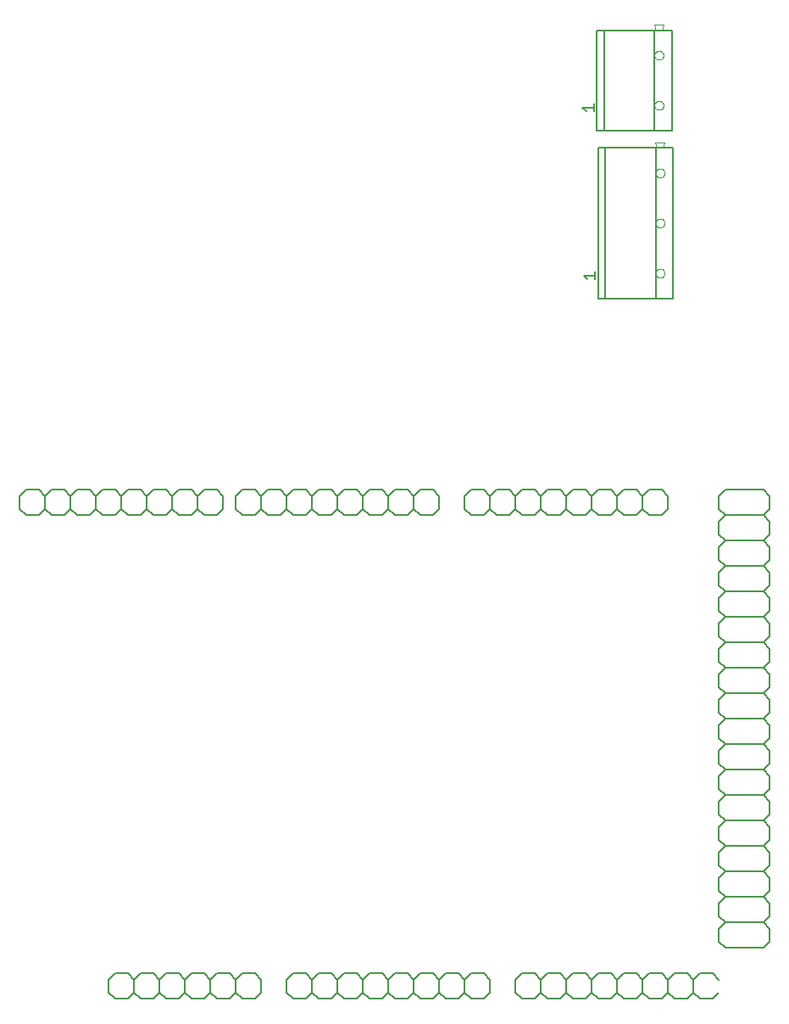
<source format=gto>
G75*
%MOIN*%
%OFA0B0*%
%FSLAX25Y25*%
%IPPOS*%
%LPD*%
%AMOC8*
5,1,8,0,0,1.08239X$1,22.5*
%
%ADD10C,0.00600*%
%ADD11C,0.00300*%
%ADD12C,0.00500*%
D10*
X0174217Y0053843D02*
X0176717Y0051343D01*
X0181717Y0051343D01*
X0184217Y0053843D01*
X0184217Y0058843D01*
X0181717Y0061343D01*
X0176717Y0061343D01*
X0174217Y0058843D01*
X0174217Y0053843D01*
X0184217Y0053843D02*
X0186717Y0051343D01*
X0191717Y0051343D01*
X0194217Y0053843D01*
X0196717Y0051343D01*
X0201717Y0051343D01*
X0204217Y0053843D01*
X0206717Y0051343D01*
X0211717Y0051343D01*
X0214217Y0053843D01*
X0214217Y0058843D01*
X0211717Y0061343D01*
X0206717Y0061343D01*
X0204217Y0058843D01*
X0204217Y0053843D01*
X0204217Y0058843D02*
X0201717Y0061343D01*
X0196717Y0061343D01*
X0194217Y0058843D01*
X0194217Y0053843D01*
X0194217Y0058843D02*
X0191717Y0061343D01*
X0186717Y0061343D01*
X0184217Y0058843D01*
X0214217Y0058843D02*
X0216717Y0061343D01*
X0221717Y0061343D01*
X0224217Y0058843D01*
X0226717Y0061343D01*
X0231717Y0061343D01*
X0234217Y0058843D01*
X0234217Y0053843D01*
X0231717Y0051343D01*
X0226717Y0051343D01*
X0224217Y0053843D01*
X0221717Y0051343D01*
X0216717Y0051343D01*
X0214217Y0053843D01*
X0224217Y0053843D02*
X0224217Y0058843D01*
X0244217Y0058843D02*
X0244217Y0053843D01*
X0246717Y0051343D01*
X0251717Y0051343D01*
X0254217Y0053843D01*
X0254217Y0058843D01*
X0251717Y0061343D01*
X0246717Y0061343D01*
X0244217Y0058843D01*
X0254217Y0058843D02*
X0256717Y0061343D01*
X0261717Y0061343D01*
X0264217Y0058843D01*
X0266717Y0061343D01*
X0271717Y0061343D01*
X0274217Y0058843D01*
X0276717Y0061343D01*
X0281717Y0061343D01*
X0284217Y0058843D01*
X0284217Y0053843D01*
X0281717Y0051343D01*
X0276717Y0051343D01*
X0274217Y0053843D01*
X0271717Y0051343D01*
X0266717Y0051343D01*
X0264217Y0053843D01*
X0261717Y0051343D01*
X0256717Y0051343D01*
X0254217Y0053843D01*
X0264217Y0053843D02*
X0264217Y0058843D01*
X0274217Y0058843D02*
X0274217Y0053843D01*
X0284217Y0053843D02*
X0286717Y0051343D01*
X0291717Y0051343D01*
X0294217Y0053843D01*
X0296717Y0051343D01*
X0301717Y0051343D01*
X0304217Y0053843D01*
X0306717Y0051343D01*
X0311717Y0051343D01*
X0314217Y0053843D01*
X0316717Y0051343D01*
X0321717Y0051343D01*
X0324217Y0053843D01*
X0324217Y0058843D01*
X0321717Y0061343D01*
X0316717Y0061343D01*
X0314217Y0058843D01*
X0314217Y0053843D01*
X0314217Y0058843D02*
X0311717Y0061343D01*
X0306717Y0061343D01*
X0304217Y0058843D01*
X0304217Y0053843D01*
X0304217Y0058843D02*
X0301717Y0061343D01*
X0296717Y0061343D01*
X0294217Y0058843D01*
X0294217Y0053843D01*
X0294217Y0058843D02*
X0291717Y0061343D01*
X0286717Y0061343D01*
X0284217Y0058843D01*
X0334217Y0058843D02*
X0334217Y0053843D01*
X0336717Y0051343D01*
X0341717Y0051343D01*
X0344217Y0053843D01*
X0344217Y0058843D01*
X0341717Y0061343D01*
X0336717Y0061343D01*
X0334217Y0058843D01*
X0344217Y0058843D02*
X0346717Y0061343D01*
X0351717Y0061343D01*
X0354217Y0058843D01*
X0356717Y0061343D01*
X0361717Y0061343D01*
X0364217Y0058843D01*
X0366717Y0061343D01*
X0371717Y0061343D01*
X0374217Y0058843D01*
X0374217Y0053843D01*
X0371717Y0051343D01*
X0366717Y0051343D01*
X0364217Y0053843D01*
X0361717Y0051343D01*
X0356717Y0051343D01*
X0354217Y0053843D01*
X0351717Y0051343D01*
X0346717Y0051343D01*
X0344217Y0053843D01*
X0354217Y0053843D02*
X0354217Y0058843D01*
X0364217Y0058843D02*
X0364217Y0053843D01*
X0374217Y0053843D02*
X0376717Y0051343D01*
X0381717Y0051343D01*
X0384217Y0053843D01*
X0386717Y0051343D01*
X0391717Y0051343D01*
X0394217Y0053843D01*
X0396717Y0051343D01*
X0401717Y0051343D01*
X0404217Y0053843D01*
X0406717Y0051343D01*
X0411717Y0051343D01*
X0414217Y0053843D01*
X0414217Y0058843D02*
X0411717Y0061343D01*
X0406717Y0061343D01*
X0404217Y0058843D01*
X0404217Y0053843D01*
X0404217Y0058843D02*
X0401717Y0061343D01*
X0396717Y0061343D01*
X0394217Y0058843D01*
X0394217Y0053843D01*
X0394217Y0058843D02*
X0391717Y0061343D01*
X0386717Y0061343D01*
X0384217Y0058843D01*
X0384217Y0053843D01*
X0384217Y0058843D02*
X0381717Y0061343D01*
X0376717Y0061343D01*
X0374217Y0058843D01*
X0414217Y0073843D02*
X0416717Y0071343D01*
X0431717Y0071343D01*
X0434217Y0073843D01*
X0434217Y0078843D01*
X0431717Y0081343D01*
X0416717Y0081343D01*
X0414217Y0083843D01*
X0414217Y0088843D01*
X0416717Y0091343D01*
X0431717Y0091343D01*
X0434217Y0088843D01*
X0434217Y0083843D01*
X0431717Y0081343D01*
X0431717Y0091343D02*
X0434217Y0093843D01*
X0434217Y0098843D01*
X0431717Y0101343D01*
X0416717Y0101343D01*
X0414217Y0103843D01*
X0414217Y0108843D01*
X0416717Y0111343D01*
X0431717Y0111343D01*
X0434217Y0108843D01*
X0434217Y0103843D01*
X0431717Y0101343D01*
X0431717Y0111343D02*
X0434217Y0113843D01*
X0434217Y0118843D01*
X0431717Y0121343D01*
X0416717Y0121343D01*
X0414217Y0123843D01*
X0414217Y0128843D01*
X0416717Y0131343D01*
X0431717Y0131343D01*
X0434217Y0128843D01*
X0434217Y0123843D01*
X0431717Y0121343D01*
X0431717Y0131343D02*
X0434217Y0133843D01*
X0434217Y0138843D01*
X0431717Y0141343D01*
X0416717Y0141343D01*
X0414217Y0143843D01*
X0414217Y0148843D01*
X0416717Y0151343D01*
X0431717Y0151343D01*
X0434217Y0148843D01*
X0434217Y0143843D01*
X0431717Y0141343D01*
X0431717Y0151343D02*
X0434217Y0153843D01*
X0434217Y0158843D01*
X0431717Y0161343D01*
X0416717Y0161343D01*
X0414217Y0163843D01*
X0414217Y0168843D01*
X0416717Y0171343D01*
X0431717Y0171343D01*
X0434217Y0168843D01*
X0434217Y0163843D01*
X0431717Y0161343D01*
X0431717Y0171343D02*
X0434217Y0173843D01*
X0434217Y0178843D01*
X0431717Y0181343D01*
X0416717Y0181343D01*
X0414217Y0183843D01*
X0414217Y0188843D01*
X0416717Y0191343D01*
X0431717Y0191343D01*
X0434217Y0188843D01*
X0434217Y0183843D01*
X0431717Y0181343D01*
X0431717Y0191343D02*
X0434217Y0193843D01*
X0434217Y0198843D01*
X0431717Y0201343D01*
X0416717Y0201343D01*
X0414217Y0198843D01*
X0414217Y0193843D01*
X0416717Y0191343D01*
X0416717Y0181343D02*
X0414217Y0178843D01*
X0414217Y0173843D01*
X0416717Y0171343D01*
X0416717Y0161343D02*
X0414217Y0158843D01*
X0414217Y0153843D01*
X0416717Y0151343D01*
X0416717Y0141343D02*
X0414217Y0138843D01*
X0414217Y0133843D01*
X0416717Y0131343D01*
X0416717Y0121343D02*
X0414217Y0118843D01*
X0414217Y0113843D01*
X0416717Y0111343D01*
X0416717Y0101343D02*
X0414217Y0098843D01*
X0414217Y0093843D01*
X0416717Y0091343D01*
X0416717Y0081343D02*
X0414217Y0078843D01*
X0414217Y0073843D01*
X0416717Y0201343D02*
X0414217Y0203843D01*
X0414217Y0208843D01*
X0416717Y0211343D01*
X0431717Y0211343D01*
X0434217Y0208843D01*
X0434217Y0203843D01*
X0431717Y0201343D01*
X0431717Y0211343D02*
X0434217Y0213843D01*
X0434217Y0218843D01*
X0431717Y0221343D01*
X0416717Y0221343D01*
X0414217Y0218843D01*
X0414217Y0213843D01*
X0416717Y0211343D01*
X0416717Y0221343D02*
X0414217Y0223843D01*
X0414217Y0228843D01*
X0416717Y0231343D01*
X0431717Y0231343D01*
X0434217Y0228843D01*
X0434217Y0223843D01*
X0431717Y0221343D01*
X0431717Y0231343D02*
X0434217Y0233843D01*
X0434217Y0238843D01*
X0431717Y0241343D01*
X0416717Y0241343D01*
X0414217Y0238843D01*
X0414217Y0233843D01*
X0416717Y0231343D01*
X0416717Y0241343D02*
X0414217Y0243843D01*
X0414217Y0248843D01*
X0416717Y0251343D01*
X0431717Y0251343D01*
X0434217Y0248843D01*
X0434217Y0243843D01*
X0431717Y0241343D01*
X0394217Y0243843D02*
X0391717Y0241343D01*
X0386717Y0241343D01*
X0384217Y0243843D01*
X0384217Y0248843D01*
X0386717Y0251343D01*
X0391717Y0251343D01*
X0394217Y0248843D01*
X0394217Y0243843D01*
X0384217Y0243843D02*
X0381717Y0241343D01*
X0376717Y0241343D01*
X0374217Y0243843D01*
X0371717Y0241343D01*
X0366717Y0241343D01*
X0364217Y0243843D01*
X0361717Y0241343D01*
X0356717Y0241343D01*
X0354217Y0243843D01*
X0354217Y0248843D01*
X0356717Y0251343D01*
X0361717Y0251343D01*
X0364217Y0248843D01*
X0366717Y0251343D01*
X0371717Y0251343D01*
X0374217Y0248843D01*
X0376717Y0251343D01*
X0381717Y0251343D01*
X0384217Y0248843D01*
X0374217Y0248843D02*
X0374217Y0243843D01*
X0364217Y0243843D02*
X0364217Y0248843D01*
X0354217Y0248843D02*
X0351717Y0251343D01*
X0346717Y0251343D01*
X0344217Y0248843D01*
X0341717Y0251343D01*
X0336717Y0251343D01*
X0334217Y0248843D01*
X0331717Y0251343D01*
X0326717Y0251343D01*
X0324217Y0248843D01*
X0321717Y0251343D01*
X0316717Y0251343D01*
X0314217Y0248843D01*
X0314217Y0243843D01*
X0316717Y0241343D01*
X0321717Y0241343D01*
X0324217Y0243843D01*
X0324217Y0248843D01*
X0324217Y0243843D02*
X0326717Y0241343D01*
X0331717Y0241343D01*
X0334217Y0243843D01*
X0334217Y0248843D01*
X0334217Y0243843D02*
X0336717Y0241343D01*
X0341717Y0241343D01*
X0344217Y0243843D01*
X0344217Y0248843D01*
X0344217Y0243843D02*
X0346717Y0241343D01*
X0351717Y0241343D01*
X0354217Y0243843D01*
X0304217Y0243843D02*
X0301717Y0241343D01*
X0296717Y0241343D01*
X0294217Y0243843D01*
X0294217Y0248843D01*
X0296717Y0251343D01*
X0301717Y0251343D01*
X0304217Y0248843D01*
X0304217Y0243843D01*
X0294217Y0243843D02*
X0291717Y0241343D01*
X0286717Y0241343D01*
X0284217Y0243843D01*
X0281717Y0241343D01*
X0276717Y0241343D01*
X0274217Y0243843D01*
X0271717Y0241343D01*
X0266717Y0241343D01*
X0264217Y0243843D01*
X0264217Y0248843D01*
X0266717Y0251343D01*
X0271717Y0251343D01*
X0274217Y0248843D01*
X0276717Y0251343D01*
X0281717Y0251343D01*
X0284217Y0248843D01*
X0286717Y0251343D01*
X0291717Y0251343D01*
X0294217Y0248843D01*
X0284217Y0248843D02*
X0284217Y0243843D01*
X0274217Y0243843D02*
X0274217Y0248843D01*
X0264217Y0248843D02*
X0261717Y0251343D01*
X0256717Y0251343D01*
X0254217Y0248843D01*
X0251717Y0251343D01*
X0246717Y0251343D01*
X0244217Y0248843D01*
X0241717Y0251343D01*
X0236717Y0251343D01*
X0234217Y0248843D01*
X0231717Y0251343D01*
X0226717Y0251343D01*
X0224217Y0248843D01*
X0224217Y0243843D01*
X0226717Y0241343D01*
X0231717Y0241343D01*
X0234217Y0243843D01*
X0234217Y0248843D01*
X0234217Y0243843D02*
X0236717Y0241343D01*
X0241717Y0241343D01*
X0244217Y0243843D01*
X0244217Y0248843D01*
X0244217Y0243843D02*
X0246717Y0241343D01*
X0251717Y0241343D01*
X0254217Y0243843D01*
X0254217Y0248843D01*
X0254217Y0243843D02*
X0256717Y0241343D01*
X0261717Y0241343D01*
X0264217Y0243843D01*
X0219217Y0243843D02*
X0216717Y0241343D01*
X0211717Y0241343D01*
X0209217Y0243843D01*
X0209217Y0248843D01*
X0211717Y0251343D01*
X0216717Y0251343D01*
X0219217Y0248843D01*
X0219217Y0243843D01*
X0209217Y0243843D02*
X0206717Y0241343D01*
X0201717Y0241343D01*
X0199217Y0243843D01*
X0196717Y0241343D01*
X0191717Y0241343D01*
X0189217Y0243843D01*
X0186717Y0241343D01*
X0181717Y0241343D01*
X0179217Y0243843D01*
X0179217Y0248843D01*
X0181717Y0251343D01*
X0186717Y0251343D01*
X0189217Y0248843D01*
X0191717Y0251343D01*
X0196717Y0251343D01*
X0199217Y0248843D01*
X0201717Y0251343D01*
X0206717Y0251343D01*
X0209217Y0248843D01*
X0199217Y0248843D02*
X0199217Y0243843D01*
X0189217Y0243843D02*
X0189217Y0248843D01*
X0179217Y0248843D02*
X0176717Y0251343D01*
X0171717Y0251343D01*
X0169217Y0248843D01*
X0166717Y0251343D01*
X0161717Y0251343D01*
X0159217Y0248843D01*
X0156717Y0251343D01*
X0151717Y0251343D01*
X0149217Y0248843D01*
X0146717Y0251343D01*
X0141717Y0251343D01*
X0139217Y0248843D01*
X0139217Y0243843D01*
X0141717Y0241343D01*
X0146717Y0241343D01*
X0149217Y0243843D01*
X0149217Y0248843D01*
X0149217Y0243843D02*
X0151717Y0241343D01*
X0156717Y0241343D01*
X0159217Y0243843D01*
X0159217Y0248843D01*
X0159217Y0243843D02*
X0161717Y0241343D01*
X0166717Y0241343D01*
X0169217Y0243843D01*
X0169217Y0248843D01*
X0169217Y0243843D02*
X0171717Y0241343D01*
X0176717Y0241343D01*
X0179217Y0243843D01*
X0366697Y0326618D02*
X0366697Y0385673D01*
X0369610Y0385673D01*
X0369610Y0326618D01*
X0366697Y0326618D01*
X0369610Y0326618D02*
X0389413Y0326618D01*
X0389413Y0385673D01*
X0389945Y0385673D01*
X0392268Y0385673D01*
X0396224Y0385673D01*
X0396224Y0326618D01*
X0389413Y0326618D01*
X0389413Y0385673D02*
X0369610Y0385673D01*
X0369217Y0392563D02*
X0369217Y0431933D01*
X0389020Y0431933D01*
X0389020Y0392563D01*
X0369217Y0392563D01*
X0366303Y0392563D01*
X0366303Y0431933D01*
X0369217Y0431933D01*
X0389020Y0431933D02*
X0389551Y0431933D01*
X0391874Y0431933D01*
X0395831Y0431933D01*
X0395831Y0392563D01*
X0389020Y0392563D01*
D11*
X0389335Y0387957D02*
X0389945Y0385673D01*
X0392268Y0385673D02*
X0392878Y0387957D01*
X0389335Y0387957D01*
X0389334Y0375831D02*
X0389336Y0375915D01*
X0389342Y0375998D01*
X0389352Y0376081D01*
X0389366Y0376164D01*
X0389383Y0376246D01*
X0389405Y0376327D01*
X0389430Y0376406D01*
X0389459Y0376485D01*
X0389492Y0376562D01*
X0389528Y0376637D01*
X0389568Y0376711D01*
X0389611Y0376783D01*
X0389658Y0376852D01*
X0389708Y0376919D01*
X0389761Y0376984D01*
X0389817Y0377046D01*
X0389875Y0377106D01*
X0389937Y0377163D01*
X0390001Y0377216D01*
X0390068Y0377267D01*
X0390137Y0377314D01*
X0390208Y0377359D01*
X0390281Y0377399D01*
X0390356Y0377436D01*
X0390433Y0377470D01*
X0390511Y0377500D01*
X0390590Y0377526D01*
X0390671Y0377549D01*
X0390753Y0377567D01*
X0390835Y0377582D01*
X0390918Y0377593D01*
X0391001Y0377600D01*
X0391085Y0377603D01*
X0391169Y0377602D01*
X0391252Y0377597D01*
X0391336Y0377588D01*
X0391418Y0377575D01*
X0391500Y0377559D01*
X0391581Y0377538D01*
X0391662Y0377514D01*
X0391740Y0377486D01*
X0391818Y0377454D01*
X0391894Y0377418D01*
X0391968Y0377379D01*
X0392040Y0377337D01*
X0392110Y0377291D01*
X0392178Y0377242D01*
X0392243Y0377190D01*
X0392306Y0377135D01*
X0392366Y0377077D01*
X0392424Y0377016D01*
X0392478Y0376952D01*
X0392530Y0376886D01*
X0392578Y0376818D01*
X0392623Y0376747D01*
X0392664Y0376674D01*
X0392703Y0376600D01*
X0392737Y0376524D01*
X0392768Y0376446D01*
X0392795Y0376367D01*
X0392819Y0376286D01*
X0392838Y0376205D01*
X0392854Y0376123D01*
X0392866Y0376040D01*
X0392874Y0375956D01*
X0392878Y0375873D01*
X0392878Y0375789D01*
X0392874Y0375706D01*
X0392866Y0375622D01*
X0392854Y0375539D01*
X0392838Y0375457D01*
X0392819Y0375376D01*
X0392795Y0375295D01*
X0392768Y0375216D01*
X0392737Y0375138D01*
X0392703Y0375062D01*
X0392664Y0374988D01*
X0392623Y0374915D01*
X0392578Y0374844D01*
X0392530Y0374776D01*
X0392478Y0374710D01*
X0392424Y0374646D01*
X0392366Y0374585D01*
X0392306Y0374527D01*
X0392243Y0374472D01*
X0392178Y0374420D01*
X0392110Y0374371D01*
X0392040Y0374325D01*
X0391968Y0374283D01*
X0391894Y0374244D01*
X0391818Y0374208D01*
X0391740Y0374176D01*
X0391662Y0374148D01*
X0391581Y0374124D01*
X0391500Y0374103D01*
X0391418Y0374087D01*
X0391336Y0374074D01*
X0391252Y0374065D01*
X0391169Y0374060D01*
X0391085Y0374059D01*
X0391001Y0374062D01*
X0390918Y0374069D01*
X0390835Y0374080D01*
X0390753Y0374095D01*
X0390671Y0374113D01*
X0390590Y0374136D01*
X0390511Y0374162D01*
X0390433Y0374192D01*
X0390356Y0374226D01*
X0390281Y0374263D01*
X0390208Y0374303D01*
X0390137Y0374348D01*
X0390068Y0374395D01*
X0390001Y0374446D01*
X0389937Y0374499D01*
X0389875Y0374556D01*
X0389817Y0374616D01*
X0389761Y0374678D01*
X0389708Y0374743D01*
X0389658Y0374810D01*
X0389611Y0374879D01*
X0389568Y0374951D01*
X0389528Y0375025D01*
X0389492Y0375100D01*
X0389459Y0375177D01*
X0389430Y0375256D01*
X0389405Y0375335D01*
X0389383Y0375416D01*
X0389366Y0375498D01*
X0389352Y0375581D01*
X0389342Y0375664D01*
X0389336Y0375747D01*
X0389334Y0375831D01*
X0389334Y0356146D02*
X0389336Y0356230D01*
X0389342Y0356313D01*
X0389352Y0356396D01*
X0389366Y0356479D01*
X0389383Y0356561D01*
X0389405Y0356642D01*
X0389430Y0356721D01*
X0389459Y0356800D01*
X0389492Y0356877D01*
X0389528Y0356952D01*
X0389568Y0357026D01*
X0389611Y0357098D01*
X0389658Y0357167D01*
X0389708Y0357234D01*
X0389761Y0357299D01*
X0389817Y0357361D01*
X0389875Y0357421D01*
X0389937Y0357478D01*
X0390001Y0357531D01*
X0390068Y0357582D01*
X0390137Y0357629D01*
X0390208Y0357674D01*
X0390281Y0357714D01*
X0390356Y0357751D01*
X0390433Y0357785D01*
X0390511Y0357815D01*
X0390590Y0357841D01*
X0390671Y0357864D01*
X0390753Y0357882D01*
X0390835Y0357897D01*
X0390918Y0357908D01*
X0391001Y0357915D01*
X0391085Y0357918D01*
X0391169Y0357917D01*
X0391252Y0357912D01*
X0391336Y0357903D01*
X0391418Y0357890D01*
X0391500Y0357874D01*
X0391581Y0357853D01*
X0391662Y0357829D01*
X0391740Y0357801D01*
X0391818Y0357769D01*
X0391894Y0357733D01*
X0391968Y0357694D01*
X0392040Y0357652D01*
X0392110Y0357606D01*
X0392178Y0357557D01*
X0392243Y0357505D01*
X0392306Y0357450D01*
X0392366Y0357392D01*
X0392424Y0357331D01*
X0392478Y0357267D01*
X0392530Y0357201D01*
X0392578Y0357133D01*
X0392623Y0357062D01*
X0392664Y0356989D01*
X0392703Y0356915D01*
X0392737Y0356839D01*
X0392768Y0356761D01*
X0392795Y0356682D01*
X0392819Y0356601D01*
X0392838Y0356520D01*
X0392854Y0356438D01*
X0392866Y0356355D01*
X0392874Y0356271D01*
X0392878Y0356188D01*
X0392878Y0356104D01*
X0392874Y0356021D01*
X0392866Y0355937D01*
X0392854Y0355854D01*
X0392838Y0355772D01*
X0392819Y0355691D01*
X0392795Y0355610D01*
X0392768Y0355531D01*
X0392737Y0355453D01*
X0392703Y0355377D01*
X0392664Y0355303D01*
X0392623Y0355230D01*
X0392578Y0355159D01*
X0392530Y0355091D01*
X0392478Y0355025D01*
X0392424Y0354961D01*
X0392366Y0354900D01*
X0392306Y0354842D01*
X0392243Y0354787D01*
X0392178Y0354735D01*
X0392110Y0354686D01*
X0392040Y0354640D01*
X0391968Y0354598D01*
X0391894Y0354559D01*
X0391818Y0354523D01*
X0391740Y0354491D01*
X0391662Y0354463D01*
X0391581Y0354439D01*
X0391500Y0354418D01*
X0391418Y0354402D01*
X0391336Y0354389D01*
X0391252Y0354380D01*
X0391169Y0354375D01*
X0391085Y0354374D01*
X0391001Y0354377D01*
X0390918Y0354384D01*
X0390835Y0354395D01*
X0390753Y0354410D01*
X0390671Y0354428D01*
X0390590Y0354451D01*
X0390511Y0354477D01*
X0390433Y0354507D01*
X0390356Y0354541D01*
X0390281Y0354578D01*
X0390208Y0354618D01*
X0390137Y0354663D01*
X0390068Y0354710D01*
X0390001Y0354761D01*
X0389937Y0354814D01*
X0389875Y0354871D01*
X0389817Y0354931D01*
X0389761Y0354993D01*
X0389708Y0355058D01*
X0389658Y0355125D01*
X0389611Y0355194D01*
X0389568Y0355266D01*
X0389528Y0355340D01*
X0389492Y0355415D01*
X0389459Y0355492D01*
X0389430Y0355571D01*
X0389405Y0355650D01*
X0389383Y0355731D01*
X0389366Y0355813D01*
X0389352Y0355896D01*
X0389342Y0355979D01*
X0389336Y0356062D01*
X0389334Y0356146D01*
X0389334Y0336461D02*
X0389336Y0336545D01*
X0389342Y0336628D01*
X0389352Y0336711D01*
X0389366Y0336794D01*
X0389383Y0336876D01*
X0389405Y0336957D01*
X0389430Y0337036D01*
X0389459Y0337115D01*
X0389492Y0337192D01*
X0389528Y0337267D01*
X0389568Y0337341D01*
X0389611Y0337413D01*
X0389658Y0337482D01*
X0389708Y0337549D01*
X0389761Y0337614D01*
X0389817Y0337676D01*
X0389875Y0337736D01*
X0389937Y0337793D01*
X0390001Y0337846D01*
X0390068Y0337897D01*
X0390137Y0337944D01*
X0390208Y0337989D01*
X0390281Y0338029D01*
X0390356Y0338066D01*
X0390433Y0338100D01*
X0390511Y0338130D01*
X0390590Y0338156D01*
X0390671Y0338179D01*
X0390753Y0338197D01*
X0390835Y0338212D01*
X0390918Y0338223D01*
X0391001Y0338230D01*
X0391085Y0338233D01*
X0391169Y0338232D01*
X0391252Y0338227D01*
X0391336Y0338218D01*
X0391418Y0338205D01*
X0391500Y0338189D01*
X0391581Y0338168D01*
X0391662Y0338144D01*
X0391740Y0338116D01*
X0391818Y0338084D01*
X0391894Y0338048D01*
X0391968Y0338009D01*
X0392040Y0337967D01*
X0392110Y0337921D01*
X0392178Y0337872D01*
X0392243Y0337820D01*
X0392306Y0337765D01*
X0392366Y0337707D01*
X0392424Y0337646D01*
X0392478Y0337582D01*
X0392530Y0337516D01*
X0392578Y0337448D01*
X0392623Y0337377D01*
X0392664Y0337304D01*
X0392703Y0337230D01*
X0392737Y0337154D01*
X0392768Y0337076D01*
X0392795Y0336997D01*
X0392819Y0336916D01*
X0392838Y0336835D01*
X0392854Y0336753D01*
X0392866Y0336670D01*
X0392874Y0336586D01*
X0392878Y0336503D01*
X0392878Y0336419D01*
X0392874Y0336336D01*
X0392866Y0336252D01*
X0392854Y0336169D01*
X0392838Y0336087D01*
X0392819Y0336006D01*
X0392795Y0335925D01*
X0392768Y0335846D01*
X0392737Y0335768D01*
X0392703Y0335692D01*
X0392664Y0335618D01*
X0392623Y0335545D01*
X0392578Y0335474D01*
X0392530Y0335406D01*
X0392478Y0335340D01*
X0392424Y0335276D01*
X0392366Y0335215D01*
X0392306Y0335157D01*
X0392243Y0335102D01*
X0392178Y0335050D01*
X0392110Y0335001D01*
X0392040Y0334955D01*
X0391968Y0334913D01*
X0391894Y0334874D01*
X0391818Y0334838D01*
X0391740Y0334806D01*
X0391662Y0334778D01*
X0391581Y0334754D01*
X0391500Y0334733D01*
X0391418Y0334717D01*
X0391336Y0334704D01*
X0391252Y0334695D01*
X0391169Y0334690D01*
X0391085Y0334689D01*
X0391001Y0334692D01*
X0390918Y0334699D01*
X0390835Y0334710D01*
X0390753Y0334725D01*
X0390671Y0334743D01*
X0390590Y0334766D01*
X0390511Y0334792D01*
X0390433Y0334822D01*
X0390356Y0334856D01*
X0390281Y0334893D01*
X0390208Y0334933D01*
X0390137Y0334978D01*
X0390068Y0335025D01*
X0390001Y0335076D01*
X0389937Y0335129D01*
X0389875Y0335186D01*
X0389817Y0335246D01*
X0389761Y0335308D01*
X0389708Y0335373D01*
X0389658Y0335440D01*
X0389611Y0335509D01*
X0389568Y0335581D01*
X0389528Y0335655D01*
X0389492Y0335730D01*
X0389459Y0335807D01*
X0389430Y0335886D01*
X0389405Y0335965D01*
X0389383Y0336046D01*
X0389366Y0336128D01*
X0389352Y0336211D01*
X0389342Y0336294D01*
X0389336Y0336377D01*
X0389334Y0336461D01*
X0388941Y0402406D02*
X0388943Y0402490D01*
X0388949Y0402573D01*
X0388959Y0402656D01*
X0388973Y0402739D01*
X0388990Y0402821D01*
X0389012Y0402902D01*
X0389037Y0402981D01*
X0389066Y0403060D01*
X0389099Y0403137D01*
X0389135Y0403212D01*
X0389175Y0403286D01*
X0389218Y0403358D01*
X0389265Y0403427D01*
X0389315Y0403494D01*
X0389368Y0403559D01*
X0389424Y0403621D01*
X0389482Y0403681D01*
X0389544Y0403738D01*
X0389608Y0403791D01*
X0389675Y0403842D01*
X0389744Y0403889D01*
X0389815Y0403934D01*
X0389888Y0403974D01*
X0389963Y0404011D01*
X0390040Y0404045D01*
X0390118Y0404075D01*
X0390197Y0404101D01*
X0390278Y0404124D01*
X0390360Y0404142D01*
X0390442Y0404157D01*
X0390525Y0404168D01*
X0390608Y0404175D01*
X0390692Y0404178D01*
X0390776Y0404177D01*
X0390859Y0404172D01*
X0390943Y0404163D01*
X0391025Y0404150D01*
X0391107Y0404134D01*
X0391188Y0404113D01*
X0391269Y0404089D01*
X0391347Y0404061D01*
X0391425Y0404029D01*
X0391501Y0403993D01*
X0391575Y0403954D01*
X0391647Y0403912D01*
X0391717Y0403866D01*
X0391785Y0403817D01*
X0391850Y0403765D01*
X0391913Y0403710D01*
X0391973Y0403652D01*
X0392031Y0403591D01*
X0392085Y0403527D01*
X0392137Y0403461D01*
X0392185Y0403393D01*
X0392230Y0403322D01*
X0392271Y0403249D01*
X0392310Y0403175D01*
X0392344Y0403099D01*
X0392375Y0403021D01*
X0392402Y0402942D01*
X0392426Y0402861D01*
X0392445Y0402780D01*
X0392461Y0402698D01*
X0392473Y0402615D01*
X0392481Y0402531D01*
X0392485Y0402448D01*
X0392485Y0402364D01*
X0392481Y0402281D01*
X0392473Y0402197D01*
X0392461Y0402114D01*
X0392445Y0402032D01*
X0392426Y0401951D01*
X0392402Y0401870D01*
X0392375Y0401791D01*
X0392344Y0401713D01*
X0392310Y0401637D01*
X0392271Y0401563D01*
X0392230Y0401490D01*
X0392185Y0401419D01*
X0392137Y0401351D01*
X0392085Y0401285D01*
X0392031Y0401221D01*
X0391973Y0401160D01*
X0391913Y0401102D01*
X0391850Y0401047D01*
X0391785Y0400995D01*
X0391717Y0400946D01*
X0391647Y0400900D01*
X0391575Y0400858D01*
X0391501Y0400819D01*
X0391425Y0400783D01*
X0391347Y0400751D01*
X0391269Y0400723D01*
X0391188Y0400699D01*
X0391107Y0400678D01*
X0391025Y0400662D01*
X0390943Y0400649D01*
X0390859Y0400640D01*
X0390776Y0400635D01*
X0390692Y0400634D01*
X0390608Y0400637D01*
X0390525Y0400644D01*
X0390442Y0400655D01*
X0390360Y0400670D01*
X0390278Y0400688D01*
X0390197Y0400711D01*
X0390118Y0400737D01*
X0390040Y0400767D01*
X0389963Y0400801D01*
X0389888Y0400838D01*
X0389815Y0400878D01*
X0389744Y0400923D01*
X0389675Y0400970D01*
X0389608Y0401021D01*
X0389544Y0401074D01*
X0389482Y0401131D01*
X0389424Y0401191D01*
X0389368Y0401253D01*
X0389315Y0401318D01*
X0389265Y0401385D01*
X0389218Y0401454D01*
X0389175Y0401526D01*
X0389135Y0401600D01*
X0389099Y0401675D01*
X0389066Y0401752D01*
X0389037Y0401831D01*
X0389012Y0401910D01*
X0388990Y0401991D01*
X0388973Y0402073D01*
X0388959Y0402156D01*
X0388949Y0402239D01*
X0388943Y0402322D01*
X0388941Y0402406D01*
X0388941Y0422091D02*
X0388943Y0422175D01*
X0388949Y0422258D01*
X0388959Y0422341D01*
X0388973Y0422424D01*
X0388990Y0422506D01*
X0389012Y0422587D01*
X0389037Y0422666D01*
X0389066Y0422745D01*
X0389099Y0422822D01*
X0389135Y0422897D01*
X0389175Y0422971D01*
X0389218Y0423043D01*
X0389265Y0423112D01*
X0389315Y0423179D01*
X0389368Y0423244D01*
X0389424Y0423306D01*
X0389482Y0423366D01*
X0389544Y0423423D01*
X0389608Y0423476D01*
X0389675Y0423527D01*
X0389744Y0423574D01*
X0389815Y0423619D01*
X0389888Y0423659D01*
X0389963Y0423696D01*
X0390040Y0423730D01*
X0390118Y0423760D01*
X0390197Y0423786D01*
X0390278Y0423809D01*
X0390360Y0423827D01*
X0390442Y0423842D01*
X0390525Y0423853D01*
X0390608Y0423860D01*
X0390692Y0423863D01*
X0390776Y0423862D01*
X0390859Y0423857D01*
X0390943Y0423848D01*
X0391025Y0423835D01*
X0391107Y0423819D01*
X0391188Y0423798D01*
X0391269Y0423774D01*
X0391347Y0423746D01*
X0391425Y0423714D01*
X0391501Y0423678D01*
X0391575Y0423639D01*
X0391647Y0423597D01*
X0391717Y0423551D01*
X0391785Y0423502D01*
X0391850Y0423450D01*
X0391913Y0423395D01*
X0391973Y0423337D01*
X0392031Y0423276D01*
X0392085Y0423212D01*
X0392137Y0423146D01*
X0392185Y0423078D01*
X0392230Y0423007D01*
X0392271Y0422934D01*
X0392310Y0422860D01*
X0392344Y0422784D01*
X0392375Y0422706D01*
X0392402Y0422627D01*
X0392426Y0422546D01*
X0392445Y0422465D01*
X0392461Y0422383D01*
X0392473Y0422300D01*
X0392481Y0422216D01*
X0392485Y0422133D01*
X0392485Y0422049D01*
X0392481Y0421966D01*
X0392473Y0421882D01*
X0392461Y0421799D01*
X0392445Y0421717D01*
X0392426Y0421636D01*
X0392402Y0421555D01*
X0392375Y0421476D01*
X0392344Y0421398D01*
X0392310Y0421322D01*
X0392271Y0421248D01*
X0392230Y0421175D01*
X0392185Y0421104D01*
X0392137Y0421036D01*
X0392085Y0420970D01*
X0392031Y0420906D01*
X0391973Y0420845D01*
X0391913Y0420787D01*
X0391850Y0420732D01*
X0391785Y0420680D01*
X0391717Y0420631D01*
X0391647Y0420585D01*
X0391575Y0420543D01*
X0391501Y0420504D01*
X0391425Y0420468D01*
X0391347Y0420436D01*
X0391269Y0420408D01*
X0391188Y0420384D01*
X0391107Y0420363D01*
X0391025Y0420347D01*
X0390943Y0420334D01*
X0390859Y0420325D01*
X0390776Y0420320D01*
X0390692Y0420319D01*
X0390608Y0420322D01*
X0390525Y0420329D01*
X0390442Y0420340D01*
X0390360Y0420355D01*
X0390278Y0420373D01*
X0390197Y0420396D01*
X0390118Y0420422D01*
X0390040Y0420452D01*
X0389963Y0420486D01*
X0389888Y0420523D01*
X0389815Y0420563D01*
X0389744Y0420608D01*
X0389675Y0420655D01*
X0389608Y0420706D01*
X0389544Y0420759D01*
X0389482Y0420816D01*
X0389424Y0420876D01*
X0389368Y0420938D01*
X0389315Y0421003D01*
X0389265Y0421070D01*
X0389218Y0421139D01*
X0389175Y0421211D01*
X0389135Y0421285D01*
X0389099Y0421360D01*
X0389066Y0421437D01*
X0389037Y0421516D01*
X0389012Y0421595D01*
X0388990Y0421676D01*
X0388973Y0421758D01*
X0388959Y0421841D01*
X0388949Y0421924D01*
X0388943Y0422007D01*
X0388941Y0422091D01*
X0389551Y0431933D02*
X0388941Y0434217D01*
X0392484Y0434217D01*
X0391874Y0431933D01*
D12*
X0365148Y0403023D02*
X0365148Y0400020D01*
X0365148Y0401521D02*
X0360644Y0401521D01*
X0362145Y0400020D01*
X0365541Y0337078D02*
X0365541Y0334075D01*
X0365541Y0335576D02*
X0361037Y0335576D01*
X0362539Y0334075D01*
M02*

</source>
